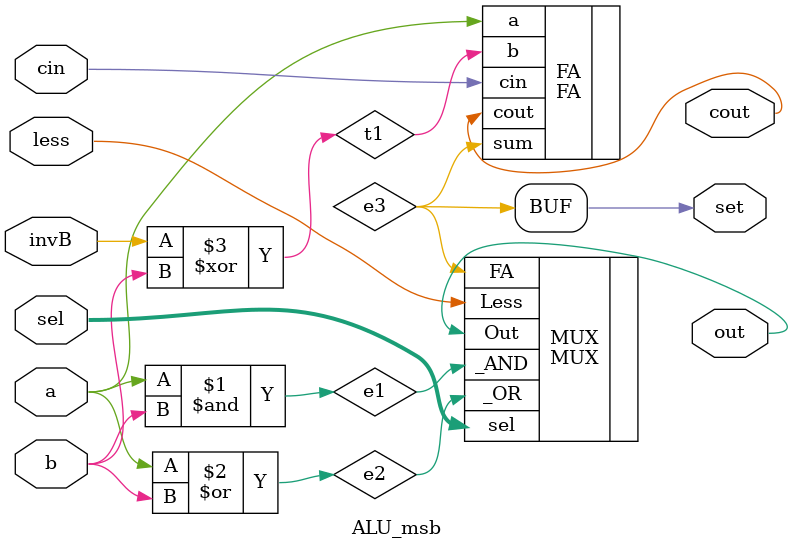
<source format=v>
`timescale 1ns/1ns
module ALU_msb( a, b, sel, cin, invB, less, cout, out, set );

input a, b, cin, invB, less;
input [5:0] sel;
output cout, out, set;

wire e1, e2, e3, t1;

and ( e1, a, b );

or ( e2, a, b );

xor ( t1, invB, b );
FA FA( .a(a), .b(t1), .cin(cin), .cout(cout), .sum(e3) );
assign set = e3 ;

MUX MUX( ._AND(e1), ._OR(e2), .FA(e3), .Less(less), .sel(sel), .Out(out) ); 

endmodule
</source>
